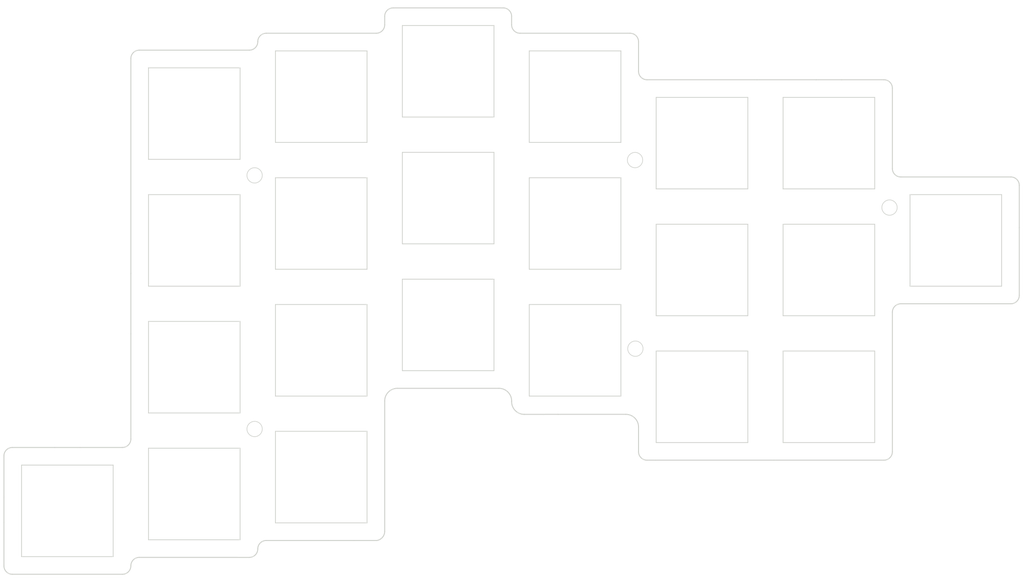
<source format=kicad_pcb>
(kicad_pcb (version 20211014) (generator pcbnew)
  (layers (0 "F.Cu" signal) (31 "B.Cu" signal) (34 "B.Paste" user) (35 "F.Paste" user) (36 "B.SilkS" user "B.Silkscreen") (37 "F.SilkS" user "F.Silkscreen") (38 "B.Mask" user) (39 "F.Mask" user) (44 "Edge.Cuts" user))
  (net 0 "")
  (net 1 "GND")
  (footprint "kbd:SW_Hole_Plastic" (layer "F.Cu") (at 88.9 86.36)
    (fp_text reference "SW13" hide)
    (fp_text value "SW_PUSH" hide)
    (fp_line (start -6.875 -6.875) (end -6.875 6.875) (layer "Edge.Cuts") (width 0.12))
    (fp_line (start 6.875 -6.875) (end -6.875 -6.875) (layer "Edge.Cuts") (width 0.12))
    (fp_line (start 6.875 6.875) (end 6.875 -6.875) (layer "Edge.Cuts") (width 0.12))
    (fp_line (start -6.875 6.875) (end 6.875 6.875) (layer "Edge.Cuts") (width 0.12))
  )
  (footprint "kbd:SW_Hole_Plastic" (layer "F.Cu") (at 165.1 73.66)
    (fp_text reference "SW22" hide)
    (fp_text value "SW_PUSH" hide)
    (fp_line (start -6.875 -6.875) (end -6.875 6.875) (layer "Edge.Cuts") (width 0.12))
    (fp_line (start 6.875 6.875) (end 6.875 -6.875) (layer "Edge.Cuts") (width 0.12))
    (fp_line (start 6.875 -6.875) (end -6.875 -6.875) (layer "Edge.Cuts") (width 0.12))
    (fp_line (start -6.875 6.875) (end 6.875 6.875) (layer "Edge.Cuts") (width 0.12))
  )
  (footprint "kbd:SW_Hole_Plastic" (layer "F.Cu") (at 146.05 97.155)
    (fp_text reference "SW21" hide)
    (fp_text value "SW_PUSH" hide)
    (fp_line (start -6.875 6.875) (end 6.875 6.875) (layer "Edge.Cuts") (width 0.12))
    (fp_line (start 6.875 -6.875) (end -6.875 -6.875) (layer "Edge.Cuts") (width 0.12))
    (fp_line (start 6.875 6.875) (end 6.875 -6.875) (layer "Edge.Cuts") (width 0.12))
    (fp_line (start -6.875 -6.875) (end -6.875 6.875) (layer "Edge.Cuts") (width 0.12))
  )
  (footprint "kbd:SW_Hole_Plastic" (layer "F.Cu") (at 146.05 78.105)
    (fp_text reference "SW20" hide)
    (fp_text value "SW_PUSH" hide)
    (fp_line (start 6.875 -6.875) (end -6.875 -6.875) (layer "Edge.Cuts") (width 0.12))
    (fp_line (start -6.875 6.875) (end 6.875 6.875) (layer "Edge.Cuts") (width 0.12))
    (fp_line (start 6.875 6.875) (end 6.875 -6.875) (layer "Edge.Cuts") (width 0.12))
    (fp_line (start -6.875 -6.875) (end -6.875 6.875) (layer "Edge.Cuts") (width 0.12))
  )
  (footprint "kbd:SW_Hole_Plastic" (layer "F.Cu") (at 146.05 59.055)
    (fp_text reference "SW19" hide)
    (fp_text value "SW_PUSH" hide)
    (fp_line (start -6.875 6.875) (end 6.875 6.875) (layer "Edge.Cuts") (width 0.12))
    (fp_line (start 6.875 -6.875) (end -6.875 -6.875) (layer "Edge.Cuts") (width 0.12))
    (fp_line (start 6.875 6.875) (end 6.875 -6.875) (layer "Edge.Cuts") (width 0.12))
    (fp_line (start -6.875 -6.875) (end -6.875 6.875) (layer "Edge.Cuts") (width 0.12))
  )
  (footprint "kbd:SW_Hole_Plastic" (layer "F.Cu") (at 31.75 114.295 180)
    (fp_text reference "SW18" hide)
    (fp_text value "SW_PUSH" hide)
    (fp_line (start -6.875 6.875) (end 6.875 6.875) (layer "Edge.Cuts") (width 0.12))
    (fp_line (start 6.875 6.875) (end 6.875 -6.875) (layer "Edge.Cuts") (width 0.12))
    (fp_line (start 6.875 -6.875) (end -6.875 -6.875) (layer "Edge.Cuts") (width 0.12))
    (fp_line (start -6.875 -6.875) (end -6.875 6.875) (layer "Edge.Cuts") (width 0.12))
  )
  (footprint "kbd:SW_Hole_Plastic" (layer "F.Cu") (at 69.85 109.22 180)
    (fp_text reference "SW17" hide)
    (fp_text value "SW_PUSH" hide)
    (fp_line (start -6.875 -6.875) (end -6.875 6.875) (layer "Edge.Cuts") (width 0.12))
    (fp_line (start -6.875 6.875) (end 6.875 6.875) (layer "Edge.Cuts") (width 0.12))
    (fp_line (start 6.875 -6.875) (end -6.875 -6.875) (layer "Edge.Cuts") (width 0.12))
    (fp_line (start 6.875 6.875) (end 6.875 -6.875) (layer "Edge.Cuts") (width 0.12))
  )
  (footprint "kbd:SW_Hole_Plastic" (layer "F.Cu") (at 50.8 111.76 180)
    (fp_text reference "SW16" hide)
    (fp_text value "SW_PUSH" hide)
    (fp_line (start 6.875 -6.875) (end -6.875 -6.875) (layer "Edge.Cuts") (width 0.12))
    (fp_line (start -6.875 -6.875) (end -6.875 6.875) (layer "Edge.Cuts") (width 0.12))
    (fp_line (start -6.875 6.875) (end 6.875 6.875) (layer "Edge.Cuts") (width 0.12))
    (fp_line (start 6.875 6.875) (end 6.875 -6.875) (layer "Edge.Cuts") (width 0.12))
  )
  (footprint "kbd:SW_Hole_Plastic" (layer "F.Cu") (at 127 97.155)
    (fp_text reference "SW15" hide)
    (fp_text value "SW_PUSH" hide)
    (fp_line (start -6.875 6.875) (end 6.875 6.875) (layer "Edge.Cuts") (width 0.12))
    (fp_line (start 6.875 -6.875) (end -6.875 -6.875) (layer "Edge.Cuts") (width 0.12))
    (fp_line (start -6.875 -6.875) (end -6.875 6.875) (layer "Edge.Cuts") (width 0.12))
    (fp_line (start 6.875 6.875) (end 6.875 -6.875) (layer "Edge.Cuts") (width 0.12))
  )
  (footprint "kbd:SW_Hole_Plastic" (layer "F.Cu") (at 107.95 90.17)
    (fp_text reference "SW14" hide)
    (fp_text value "SW_PUSH" hide)
    (fp_line (start 6.875 -6.875) (end -6.875 -6.875) (layer "Edge.Cuts") (width 0.12))
    (fp_line (start -6.875 -6.875) (end -6.875 6.875) (layer "Edge.Cuts") (width 0.12))
    (fp_line (start -6.875 6.875) (end 6.875 6.875) (layer "Edge.Cuts") (width 0.12))
    (fp_line (start 6.875 6.875) (end 6.875 -6.875) (layer "Edge.Cuts") (width 0.12))
  )
  (footprint "kbd:SW_Hole_Plastic" (layer "F.Cu") (at 50.8 54.61)
    (fp_text reference "SW1" hide)
    (fp_text value "SW_PUSH" hide)
    (fp_line (start 6.875 6.875) (end 6.875 -6.875) (layer "Edge.Cuts") (width 0.12))
    (fp_line (start -6.875 6.875) (end 6.875 6.875) (layer "Edge.Cuts") (width 0.12))
    (fp_line (start 6.875 -6.875) (end -6.875 -6.875) (layer "Edge.Cuts") (width 0.12))
    (fp_line (start -6.875 -6.875) (end -6.875 6.875) (layer "Edge.Cuts") (width 0.12))
  )
  (footprint "kbd:SW_Hole_Plastic" (layer "F.Cu") (at 69.85 90.17)
    (fp_text reference "SW12" hide)
    (fp_text value "SW_PUSH" hide)
    (fp_line (start -6.875 -6.875) (end -6.875 6.875) (layer "Edge.Cuts") (width 0.12))
    (fp_line (start -6.875 6.875) (end 6.875 6.875) (layer "Edge.Cuts") (width 0.12))
    (fp_line (start 6.875 -6.875) (end -6.875 -6.875) (layer "Edge.Cuts") (width 0.12))
    (fp_line (start 6.875 6.875) (end 6.875 -6.875) (layer "Edge.Cuts") (width 0.12))
  )
  (footprint "kbd:SW_Hole_Plastic" (layer "F.Cu") (at 50.8 92.71 180)
    (fp_text reference "SW11" hide)
    (fp_text value "SW_PUSH" hide)
    (fp_line (start -6.875 6.875) (end 6.875 6.875) (layer "Edge.Cuts") (width 0.12))
    (fp_line (start -6.875 -6.875) (end -6.875 6.875) (layer "Edge.Cuts") (width 0.12))
    (fp_line (start 6.875 -6.875) (end -6.875 -6.875) (layer "Edge.Cuts") (width 0.12))
    (fp_line (start 6.875 6.875) (end 6.875 -6.875) (layer "Edge.Cuts") (width 0.12))
  )
  (footprint "kbd:SW_Hole_Plastic" (layer "F.Cu") (at 127 78.105)
    (fp_text reference "SW10" hide)
    (fp_text value "SW_PUSH" hide)
    (fp_line (start -6.875 6.875) (end 6.875 6.875) (layer "Edge.Cuts") (width 0.12))
    (fp_line (start 6.875 6.875) (end 6.875 -6.875) (layer "Edge.Cuts") (width 0.12))
    (fp_line (start 6.875 -6.875) (end -6.875 -6.875) (layer "Edge.Cuts") (width 0.12))
    (fp_line (start -6.875 -6.875) (end -6.875 6.875) (layer "Edge.Cuts") (width 0.12))
  )
  (footprint "kbd:SW_Hole_Plastic" (layer "F.Cu") (at 107.95 71.12)
    (fp_text reference "SW9" hide)
    (fp_text value "SW_PUSH" hide)
    (fp_line (start -6.875 6.875) (end 6.875 6.875) (layer "Edge.Cuts") (width 0.12))
    (fp_line (start 6.875 6.875) (end 6.875 -6.875) (layer "Edge.Cuts") (width 0.12))
    (fp_line (start -6.875 -6.875) (end -6.875 6.875) (layer "Edge.Cuts") (width 0.12))
    (fp_line (start 6.875 -6.875) (end -6.875 -6.875) (layer "Edge.Cuts") (width 0.12))
  )
  (footprint "kbd:SW_Hole_Plastic" (layer "F.Cu") (at 88.9 67.31)
    (fp_text reference "SW8" hide)
    (fp_text value "SW_PUSH" hide)
    (fp_line (start -6.875 -6.875) (end -6.875 6.875) (layer "Edge.Cuts") (width 0.12))
    (fp_line (start 6.875 -6.875) (end -6.875 -6.875) (layer "Edge.Cuts") (width 0.12))
    (fp_line (start -6.875 6.875) (end 6.875 6.875) (layer "Edge.Cuts") (width 0.12))
    (fp_line (start 6.875 6.875) (end 6.875 -6.875) (layer "Edge.Cuts") (width 0.12))
  )
  (footprint "kbd:SW_Hole_Plastic" (layer "F.Cu") (at 69.85 71.12)
    (fp_text reference "SW7" hide)
    (fp_text value "SW_PUSH" hide)
    (fp_line (start 6.875 -6.875) (end -6.875 -6.875) (layer "Edge.Cuts") (width 0.12))
    (fp_line (start 6.875 6.875) (end 6.875 -6.875) (layer "Edge.Cuts") (width 0.12))
    (fp_line (start -6.875 6.875) (end 6.875 6.875) (layer "Edge.Cuts") (width 0.12))
    (fp_line (start -6.875 -6.875) (end -6.875 6.875) (layer "Edge.Cuts") (width 0.12))
  )
  (footprint "kbd:SW_Hole_Plastic" (layer "F.Cu") (at 50.8 73.66)
    (fp_text reference "SW6" hide)
    (fp_text value "SW_PUSH" hide)
    (fp_line (start -6.875 6.875) (end 6.875 6.875) (layer "Edge.Cuts") (width 0.12))
    (fp_line (start 6.875 6.875) (end 6.875 -6.875) (layer "Edge.Cuts") (width 0.12))
    (fp_line (start -6.875 -6.875) (end -6.875 6.875) (layer "Edge.Cuts") (width 0.12))
    (fp_line (start 6.875 -6.875) (end -6.875 -6.875) (layer "Edge.Cuts") (width 0.12))
  )
  (footprint "kbd:SW_Hole_Plastic" (layer "F.Cu") (at 127 59.055)
    (fp_text reference "SW5" hide)
    (fp_text value "SW_PUSH" hide)
    (fp_line (start 6.875 6.875) (end 6.875 -6.875) (layer "Edge.Cuts") (width 0.12))
    (fp_line (start -6.875 -6.875) (end -6.875 6.875) (layer "Edge.Cuts") (width 0.12))
    (fp_line (start 6.875 -6.875) (end -6.875 -6.875) (layer "Edge.Cuts") (width 0.12))
    (fp_line (start -6.875 6.875) (end 6.875 6.875) (layer "Edge.Cuts") (width 0.12))
  )
  (footprint "kbd:SW_Hole_Plastic" (layer "F.Cu") (at 107.95 52.07)
    (fp_text reference "SW4" hide)
    (fp_text value "SW_PUSH" hide)
    (fp_line (start 6.875 -6.875) (end -6.875 -6.875) (layer "Edge.Cuts") (width 0.12))
    (fp_line (start -6.875 6.875) (end 6.875 6.875) (layer "Edge.Cuts") (width 0.12))
    (fp_line (start -6.875 -6.875) (end -6.875 6.875) (layer "Edge.Cuts") (width 0.12))
    (fp_line (start 6.875 6.875) (end 6.875 -6.875) (layer "Edge.Cuts") (width 0.12))
  )
  (footprint "kbd:SW_Hole_Plastic" (layer "F.Cu") (at 88.9 48.26)
    (fp_text reference "SW3" hide)
    (fp_text value "SW_PUSH" hide)
    (fp_line (start 6.875 -6.875) (end -6.875 -6.875) (layer "Edge.Cuts") (width 0.12))
    (fp_line (start 6.875 6.875) (end 6.875 -6.875) (layer "Edge.Cuts") (width 0.12))
    (fp_line (start -6.875 -6.875) (end -6.875 6.875) (layer "Edge.Cuts") (width 0.12))
    (fp_line (start -6.875 6.875) (end 6.875 6.875) (layer "Edge.Cuts") (width 0.12))
  )
  (footprint "kbd:SW_Hole_Plastic" (layer "F.Cu") (at 69.85 52.07)
    (fp_text reference "SW2" hide)
    (fp_text value "SW_PUSH" hide)
    (fp_line (start 6.875 6.875) (end 6.875 -6.875) (layer "Edge.Cuts") (width 0.12))
    (fp_line (start 6.875 -6.875) (end -6.875 -6.875) (layer "Edge.Cuts") (width 0.12))
    (fp_line (start -6.875 -6.875) (end -6.875 6.875) (layer "Edge.Cuts") (width 0.12))
    (fp_line (start -6.875 6.875) (end 6.875 6.875) (layer "Edge.Cuts") (width 0.12))
  )
  (footprint "kbd:M2_Hole_Edge_Cut" (layer "F.Cu") (at 59.85 101.995)
    (fp_text reference "HM3")
    (fp_text value "CaseHole")
    (fp_circle (center 0 0) (end 1.15 0) (layer "Edge.Cuts") (width 0.1) (fill none))
  )
  (footprint "kbd:M2_Hole_Edge_Cut" (layer "F.Cu") (at 155.145948 68.730959)
    (fp_text reference "HM5")
    (fp_text value "CaseHole")
    (fp_circle (center 0 0) (end 1.15 0) (layer "Edge.Cuts") (width 0.1) (fill none))
  )
  (footprint "kbd:M2_Hole_Edge_Cut" (layer "F.Cu") (at 116.95 61.595)
    (fp_text reference "HM2")
    (fp_text value "CaseHole")
    (fp_circle (center 0 0) (end 1.15 0) (layer "Edge.Cuts") (width 0.1) (fill none))
  )
  (footprint "kbd:M2_Hole_Edge_Cut" (layer "F.Cu") (at 117 89.93)
    (fp_text reference "HM4")
    (fp_text value "CaseHole")
    (fp_circle (center 0 0) (end 1.15 0) (layer "Edge.Cuts") (width 0.1) (fill none))
  )
  (footprint "kbd:M2_Hole_Edge_Cut" (layer "F.Cu") (at 59.85 63.895)
    (fp_text reference "HM1")
    (fp_text value "CaseHole")
    (fp_circle (center 0 0) (end 1.15 0) (layer "Edge.Cuts") (width 0.1) (fill none))
  )
  (gr_arc (start 97.155 38.735) (mid 98.053026 39.106974) (end 98.425 40.005) (layer "Edge.Cuts") (width 0.15))
  (gr_arc (start 99.695 42.545) (mid 98.796974 42.173026) (end 98.425 41.275) (layer "Edge.Cuts") (width 0.15))
  (gr_arc (start 116.205 42.545) (mid 117.103026 42.916974) (end 117.475 43.815) (layer "Edge.Cuts") (width 0.15))
  (gr_arc (start 118.745 49.53) (mid 117.846974 49.158026) (end 117.475 48.26) (layer "Edge.Cuts") (width 0.15))
  (gr_arc (start 118.745 106.68) (mid 117.846974 106.308026) (end 117.475 105.41) (layer "Edge.Cuts") (width 0.15))
  (gr_arc (start 174.625 81.915) (mid 174.253026 82.813026) (end 173.355 83.185) (layer "Edge.Cuts") (width 0.15))
  (gr_arc (start 173.355 64.135) (mid 174.253026 64.506974) (end 174.625 65.405) (layer "Edge.Cuts") (width 0.15))
  (gr_arc (start 79.375 117.365) (mid 79.0378 118.27477) (end 78.189113 118.745) (layer "Edge.Cuts") (width 0.15))
  (gr_arc (start 154.305 49.53) (mid 155.203026 49.901974) (end 155.575 50.8) (layer "Edge.Cuts") (width 0.15))
  (gr_arc (start 41.275 122.55) (mid 40.903026 123.448026) (end 40.005 123.82) (layer "Edge.Cuts") (width 0.15))
  (gr_arc (start 155.575 105.41) (mid 155.203026 106.308026) (end 154.305 106.68) (layer "Edge.Cuts") (width 0.15))
  (gr_arc (start 60.325 120.015) (mid 59.953026 120.913026) (end 59.055 121.285) (layer "Edge.Cuts") (width 0.15))
  (gr_arc (start 60.325 120.015) (mid 60.696974 119.116974) (end 61.595 118.745) (layer "Edge.Cuts") (width 0.15))
  (gr_arc (start 79.375 40.005) (mid 79.746974 39.106974) (end 80.645 38.735) (layer "Edge.Cuts") (width 0.15))
  (gr_arc (start 22.225 106.04) (mid 22.596974 105.141974) (end 23.495 104.77) (layer "Edge.Cuts") (width 0.15))
  (gr_arc (start 100.332038 99.797962) (mid 98.985 99.24) (end 98.427038 97.892962) (layer "Edge.Cuts") (width 0.15))
  (gr_arc (start 79.375 41.275) (mid 79.003026 42.173026) (end 78.105 42.545) (layer "Edge.Cuts") (width 0.15))
  (gr_line (start 120.015 106.68) (end 118.745 106.68) (layer "Edge.Cuts") (width 0.15))
  (gr_line (start 96.522038 95.885) (end 81.28 95.885) (layer "Edge.Cuts") (width 0.15))
  (gr_line (start 78.189113 118.745) (end 74.765 118.745) (layer "Edge.Cuts") (width 0.15))
  (gr_line (start 41.275 103.5) (end 41.275 87.695) (layer "Edge.Cuts") (width 0.15))
  (gr_line (start 155.575 84.455) (end 155.575 105.41) (layer "Edge.Cuts") (width 0.15))
  (gr_line (start 98.427038 97.79) (end 98.427038 97.892962) (layer "Edge.Cuts") (width 0.15))
  (gr_line (start 41.275 78.645) (end 41.275 46.355) (layer "Edge.Cuts") (width 0.15))
  (gr_line (start 22.225 106.04) (end 22.225 112.225) (layer "Edge.Cuts") (width 0.15))
  (gr_line (start 117.475 105.41) (end 117.475 101.7) (layer "Edge.Cuts") (width 0.15))
  (gr_arc (start 96.522038 95.885) (mid 97.869076 96.442962) (end 98.427038 97.79) (layer "Edge.Cuts") (width 0.15))
  (gr_line (start 29.845 104.77) (end 23.495 104.77) (layer "Edge.Cuts") (width 0.15))
  (gr_arc (start 23.495 123.82) (mid 22.596974 123.448026) (end 22.225 122.55) (layer "Edge.Cuts") (width 0.15))
  (gr_line (start 29.845 104.77) (end 33.655 104.77) (layer "Edge.Cuts") (width 0.15))
  (gr_line (start 115.57 99.795) (end 105.41 99.795) (layer "Edge.Cuts") (width 0.15))
  (gr_arc (start 79.375 97.79) (mid 79.932962 96.442962) (end 81.28 95.885) (layer "Edge.Cuts") (width 0.15))
  (gr_line (start 99.695 42.545) (end 116.205 42.545) (layer "Edge.Cuts") (width 0.15))
  (gr_line (start 74.765 118.745) (end 70.965 118.745) (layer "Edge.Cuts") (width 0.15))
  (gr_line (start 156.845 83.185) (end 173.355 83.185) (layer "Edge.Cuts") (width 0.15))
  (gr_line (start 147.955 49.53) (end 154.305 49.53) (layer "Edge.Cuts") (width 0.15))
  (gr_line (start 41.275 87.695) (end 41.275 78.645) (layer "Edge.Cuts") (width 0.15))
  (gr_line (start 59.055 121.285) (end 42.545 121.28) (layer "Edge.Cuts") (width 0.15))
  (gr_line (start 105.41 99.795) (end 100.332038 99.797962) (layer "Edge.Cuts") (width 0.15))
  (gr_line (start 79.375 40.005) (end 79.375 41.275) (layer "Edge.Cuts") (width 0.15))
  (gr_line (start 59.055 45.085) (end 42.545 45.085) (layer "Edge.Cuts") (width 0.15))
  (gr_line (start 154.305 106.68) (end 137.795 106.68) (layer "Edge.Cuts") (width 0.15))
  (gr_arc (start 41.275 103.5) (mid 40.903026 104.398026) (end 40.005 104.77) (layer "Edge.Cuts") (width 0.15))
  (gr_line (start 174.625 65.405) (end 174.625 71.755) (layer "Edge.Cuts") (width 0.15))
  (gr_arc (start 156.845 64.134974) (mid 155.946974 63.763) (end 155.575 62.864974) (layer "Edge.Cuts") (width 0.15))
  (gr_line (start 97.155 38.735) (end 80.645 38.735) (layer "Edge.Cuts") (width 0.15))
  (gr_line (start 79.375 97.79) (end 79.375 117.365) (layer "Edge.Cuts") (width 0.15))
  (gr_arc (start 115.57 99.795) (mid 116.917038 100.352962) (end 117.475 101.7) (layer "Edge.Cuts") (width 0.15))
  (gr_line (start 117.475 43.815) (end 117.475 48.26) (layer "Edge.Cuts") (width 0.15))
  (gr_line (start 33.655 104.77) (end 40.005 104.77) (layer "Edge.Cuts") (width 0.15))
  (gr_line (start 174.625 81.915) (end 174.625 71.755) (layer "Edge.Cuts") (width 0.15))
  (gr_line (start 22.225 116.025) (end 22.225 122.55) (layer "Edge.Cuts") (width 0.15))
  (gr_arc (start 41.275 122.55) (mid 41.646974 121.651974) (end 42.545 121.28) (layer "Edge.Cuts") (width 0.15))
  (gr_line (start 155.575 50.8) (end 155.575 62.864974) (layer "Edge.Cuts") (width 0.15))
  (gr_arc (start 60.325 43.815) (mid 60.696974 42.916974) (end 61.595 42.545) (layer "Edge.Cuts") (width 0.15))
  (gr_line (start 144.145 49.53) (end 135.255 49.53) (layer "Edge.Cuts") (width 0.15))
  (gr_line (start 70.965 118.745) (end 61.595 118.745) (layer "Edge.Cuts") (width 0.15))
  (gr_line (start 22.225 116.025) (end 22.225 112.225) (layer "Edge.Cuts") (width 0.15))
  (gr_line (start 23.495 123.82) (end 40.005 123.82) (layer "Edge.Cuts") (width 0.15))
  (gr_line (start 156.845 64.134974) (end 173.355 64.135) (layer "Edge.Cuts") (width 0.15))
  (gr_line (start 137.795 106.68) (end 120.015 106.68) (layer "Edge.Cuts") (width 0.15))
  (gr_line (start 118.745 49.53) (end 135.255 49.53) (layer "Edge.Cuts") (width 0.15))
  (gr_arc (start 155.575 84.455) (mid 155.946974 83.556974) (end 156.845 83.185) (layer "Edge.Cuts") (width 0.15))
  (gr_line (start 78.105 42.545) (end 61.595 42.545) (layer "Edge.Cuts") (width 0.15))
  (gr_line (start 98.425 40.005) (end 98.425 41.275) (layer "Edge.Cuts") (width 0.15))
  (gr_arc (start 60.325 43.815) (mid 59.953026 44.713026) (end 59.055 45.085) (layer "Edge.Cuts") (width 0.15))
  (gr_arc (start 41.275 46.355) (mid 41.646974 45.456974) (end 42.545 45.085) (layer "Edge.Cuts") (width 0.15))
  (gr_line (start 144.145 49.53) (end 147.955 49.53) (layer "Edge.Cuts") (width 0.15))
)
</source>
